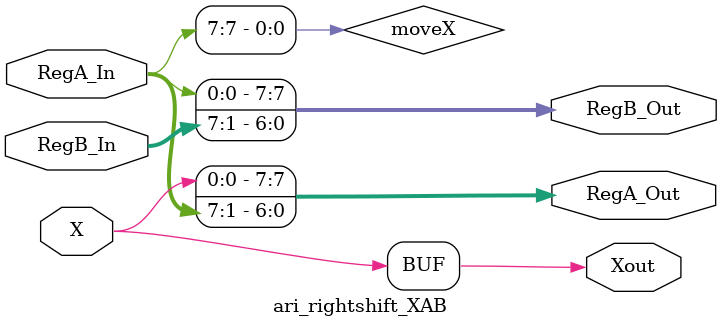
<source format=sv>
module ari_rightshift_XAB
(
input logic X,
input logic [7:0] RegA_In, RegB_In,
output logic [7:0] RegA_Out, RegB_Out,
output logic Xout
);
	//discard least significant bit of B_input
	//extend most significant bit of A into X
	logic moveX;
	always_comb
		begin
				moveX = RegA_In[7];
				RegA_Out = {X, RegA_In[7:1]};
				RegB_Out = {RegA_In[0], RegB_In[7:1]};
				Xout = RegA_Out[7];
		end

endmodule

</source>
